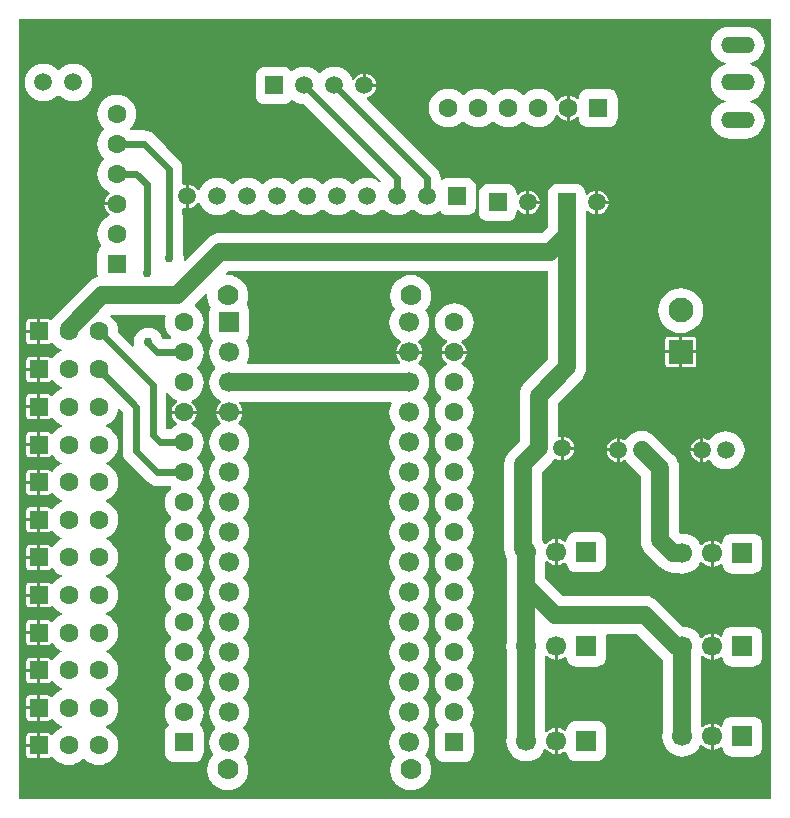
<source format=gbl>
%FSTAX23Y23*%
%MOIN*%
%SFA1B1*%

%IPPOS*%
%ADD11C,0.060000*%
%ADD12C,0.024000*%
%ADD13R,0.066930X0.066930*%
%ADD14C,0.066930*%
%ADD15C,0.070000*%
%ADD16O,0.112000X0.056000*%
%ADD17C,0.062990*%
%ADD18R,0.062990X0.062990*%
%ADD19C,0.059050*%
%ADD20R,0.059050X0.059050*%
%ADD21C,0.082680*%
%ADD22R,0.082680X0.082680*%
%ADD23R,0.062990X0.062990*%
%ADD24C,0.030000*%
%LNqudruped_nano-1*%
%LPD*%
G36*
X05391Y00973D02*
X02883D01*
Y03571*
X05391*
Y00973*
G37*
%LNqudruped_nano-2*%
%LPC*%
G36*
X02945Y01897D02*
X02908D01*
Y01871*
X02909Y01867*
X02911Y01864*
X02914Y01861*
X02918Y01861*
X02945*
Y01897*
G37*
G36*
Y01944D02*
X02918D01*
X02914Y01943*
X02911Y01941*
X02909Y01938*
X02908Y01934*
Y01907*
X02945*
Y01944*
G37*
G36*
Y02023D02*
X02908D01*
Y01996*
X02909Y01992*
X02911Y01989*
X02914Y01987*
X02918Y01986*
X02945*
Y02023*
G37*
G36*
X04808Y01861D02*
X04741D01*
X04732Y0186*
X04724Y01857*
X04718Y01852*
X04712Y01845*
X04709Y01837*
X04708Y0183*
X04704Y01828*
X04703Y01828*
X04696Y01832*
X04686Y01837*
X0468Y01838*
Y01795*
Y01751*
X04686Y01752*
X04696Y01757*
X04703Y01761*
X04704Y01761*
X04708Y01759*
X04709Y01752*
X04712Y01744*
X04718Y01738*
X04724Y01732*
X04732Y01729*
X04741Y01728*
X04808*
X04817Y01729*
X04825Y01732*
X04832Y01738*
X04837Y01744*
X0484Y01752*
X04841Y01761*
Y01828*
X0484Y01837*
X04837Y01845*
X04832Y01852*
X04825Y01857*
X04817Y0186*
X04808Y01861*
G37*
G36*
X02945Y01772D02*
X02908D01*
Y01745*
X02909Y01741*
X02911Y01738*
X02914Y01736*
X02918Y01735*
X02945*
Y01772*
G37*
G36*
Y01818D02*
X02918D01*
X02914Y01818*
X02911Y01815*
X02909Y01812*
X02908Y01808*
Y01782*
X02945*
Y01818*
G37*
G36*
X05328Y01856D02*
X05261D01*
X05252Y01855*
X05244Y01852*
X05238Y01847*
X05232Y0184*
X05229Y01832*
X05228Y01825*
X05224Y01823*
X05223Y01823*
X05216Y01827*
X05206Y01832*
X052Y01833*
Y0179*
Y01746*
X05206Y01747*
X05216Y01752*
X05223Y01756*
X05224Y01756*
X05228Y01754*
X05229Y01747*
X05232Y01739*
X05238Y01733*
X05244Y01727*
X05252Y01724*
X05261Y01723*
X05328*
X05337Y01724*
X05345Y01727*
X05352Y01733*
X05357Y01739*
X0536Y01747*
X05361Y01756*
Y01823*
X0536Y01832*
X05357Y0184*
X05352Y01847*
X05345Y01852*
X05337Y01855*
X05328Y01856*
G37*
G36*
X02945Y02148D02*
X02908D01*
Y02122*
X02909Y02118*
X02911Y02114*
X02914Y02112*
X02918Y02111*
X02945*
Y02148*
G37*
G36*
X04876Y02174D02*
X0487Y02173D01*
X04861Y02169*
X04853Y02163*
X04846Y02154*
X04842Y02145*
X04842Y0214*
X04876*
Y02174*
G37*
G36*
X05155D02*
X0515Y02173D01*
X0514Y02169*
X05132Y02163*
X05126Y02154*
X05122Y02145*
X05121Y0214*
X05155*
Y02174*
G37*
G36*
X04734Y02135D02*
X047D01*
Y021*
X04705Y02101*
X04714Y02105*
X04723Y02111*
X04729Y0212*
X04733Y02129*
X04734Y02135*
G37*
G36*
X02945Y02069D02*
X02918D01*
X02914Y02069*
X02911Y02066*
X02909Y02063*
X02908Y02059*
Y02033*
X02945*
Y02069*
G37*
G36*
X04876Y0213D02*
X04842D01*
X04842Y02124*
X04846Y02115*
X04853Y02106*
X04861Y021*
X0487Y02096*
X04876Y02095*
Y0213*
G37*
G36*
X05155D02*
X05121D01*
X05122Y02124*
X05126Y02115*
X05132Y02106*
X0514Y021*
X0515Y02096*
X05155Y02095*
Y0213*
G37*
G36*
X02945Y01693D02*
X02918D01*
X02914Y01692*
X02911Y0169*
X02909Y01687*
X02908Y01683*
Y01656*
X02945*
Y01693*
G37*
G36*
X04808Y01231D02*
X04741D01*
X04732Y0123*
X04724Y01227*
X04718Y01222*
X04712Y01215*
X04709Y01207*
X04708Y012*
X04704Y01198*
X04703Y01198*
X04696Y01202*
X04686Y01207*
X0468Y01208*
Y01165*
Y01121*
X04686Y01122*
X04696Y01127*
X04703Y01131*
X04704Y01131*
X04708Y01129*
X04709Y01122*
X04712Y01114*
X04718Y01108*
X04724Y01102*
X04732Y01099*
X04741Y01098*
X04808*
X04817Y01099*
X04825Y01102*
X04832Y01108*
X04837Y01114*
X0484Y01122*
X04841Y01131*
Y01198*
X0484Y01207*
X04837Y01215*
X04832Y01222*
X04825Y01227*
X04817Y0123*
X04808Y01231*
G37*
G36*
X05328Y01246D02*
X05261D01*
X05252Y01245*
X05244Y01242*
X05238Y01237*
X05232Y0123*
X05229Y01222*
X05228Y01215*
X05224Y01213*
X05223Y01213*
X05216Y01217*
X05206Y01222*
X052Y01223*
Y0118*
Y01136*
X05206Y01137*
X05216Y01142*
X05223Y01146*
X05224Y01146*
X05228Y01144*
X05229Y01137*
X05232Y01129*
X05238Y01123*
X05244Y01117*
X05252Y01114*
X05261Y01113*
X05328*
X05337Y01114*
X05345Y01117*
X05352Y01123*
X05357Y01129*
X0536Y01137*
X05361Y01146*
Y01213*
X0536Y01222*
X05357Y0123*
X05352Y01237*
X05345Y01242*
X05337Y01245*
X05328Y01246*
G37*
G36*
X02945Y0127D02*
X02908D01*
Y01243*
X02909Y0124*
X02911Y01236*
X02914Y01234*
X02918Y01233*
X02945*
Y0127*
G37*
G36*
Y01191D02*
X02918D01*
X02914Y0119*
X02911Y01188*
X02909Y01185*
X02908Y01181*
Y01155*
X02945*
Y01191*
G37*
G36*
X03628Y02255D02*
X03541D01*
X03542Y02248*
X03547Y02238*
X03554Y02229*
X03557Y02226*
X03557Y0222*
X03547Y02215*
X03537Y02207*
X03529Y02197*
X03523Y02185*
X03519Y02173*
X03518Y0216*
X03519Y02146*
X03523Y02134*
X03529Y02122*
X03537Y02113*
X03538Y02111*
Y02108*
X03537Y02106*
X03529Y02097*
X03523Y02085*
X03519Y02073*
X03518Y0206*
X03519Y02046*
X03523Y02034*
X03529Y02022*
X03537Y02013*
X03538Y02011*
Y02008*
X03537Y02006*
X03529Y01997*
X03523Y01985*
X03519Y01973*
X03518Y0196*
X03519Y01946*
X03523Y01934*
X03529Y01922*
X03537Y01913*
X03538Y01911*
Y01908*
X03537Y01906*
X03529Y01897*
X03523Y01885*
X03519Y01873*
X03518Y0186*
X03519Y01846*
X03523Y01834*
X03529Y01822*
X03537Y01813*
X03538Y01811*
Y01808*
X03537Y01806*
X03529Y01797*
X03523Y01785*
X03519Y01773*
X03518Y0176*
X03519Y01746*
X03523Y01734*
X03529Y01722*
X03537Y01713*
X03538Y01711*
Y01708*
X03537Y01706*
X03529Y01697*
X03523Y01685*
X03519Y01673*
X03518Y0166*
X03519Y01646*
X03523Y01634*
X03529Y01622*
X03537Y01613*
X03538Y01611*
Y01608*
X03537Y01606*
X03529Y01597*
X03523Y01585*
X03519Y01573*
X03518Y0156*
X03519Y01546*
X03523Y01534*
X03529Y01522*
X03537Y01513*
X03538Y01511*
Y01508*
X03537Y01506*
X03529Y01497*
X03523Y01485*
X03519Y01473*
X03518Y0146*
X03519Y01446*
X03523Y01434*
X03529Y01422*
X03537Y01413*
X03538Y01411*
Y01408*
X03537Y01406*
X03529Y01397*
X03523Y01385*
X03519Y01373*
X03518Y0136*
X03519Y01346*
X03523Y01334*
X03529Y01322*
X03537Y01313*
X03538Y01311*
Y01308*
X03537Y01306*
X03529Y01297*
X03523Y01285*
X03519Y01273*
X03518Y0126*
X03519Y01246*
X03523Y01234*
X03529Y01222*
X03537Y01213*
X03538Y01211*
Y01208*
X03537Y01206*
X03529Y01197*
X03523Y01185*
X03519Y01173*
X03518Y0116*
X03519Y01146*
X03523Y01134*
X03529Y01122*
X03532Y01119*
X03531Y01118*
X03531Y01118*
X03531Y01118*
X03528Y01115*
X03523Y01107*
X03518Y011*
X03517Y01096*
X03516Y01096*
X03516Y01095*
X03515Y01091*
X03512Y01083*
X03511Y01074*
Y0107*
X03511Y0107*
X03511Y01069*
Y01065*
X03512Y01056*
X03515Y01048*
X03516Y01044*
X03516Y01043*
X03517Y01043*
X03518Y01039*
X03523Y01032*
X03528Y01024*
X03531Y01021*
X03531Y01021*
X03531Y01021*
X03534Y01018*
X03542Y01013*
X03549Y01008*
X03553Y01007*
X03553Y01006*
X03554Y01006*
X03558Y01005*
X03566Y01002*
X03575Y01001*
X03577*
X0358Y01001*
X03582Y01001*
X03584*
X03593Y01002*
X03601Y01005*
X03605Y01006*
X03606Y01006*
X03606Y01007*
X0361Y01008*
X03617Y01013*
X03625Y01018*
X03628Y01021*
X03628Y01021*
X03628Y01021*
X03631Y01024*
X03636Y01032*
X03641Y01039*
X03642Y01043*
X03643Y01043*
X03643Y01044*
X03644Y01048*
X03647Y01056*
X03648Y01065*
Y01069*
X03648Y0107*
X03648Y0107*
Y01074*
X03647Y01083*
X03644Y01091*
X03643Y01095*
X03643Y01096*
X03642Y01096*
X03641Y011*
X03636Y01107*
X03632Y01113*
X0364Y01122*
X03646Y01134*
X0365Y01146*
X03651Y0116*
X0365Y01173*
X03646Y01185*
X0364Y01197*
X03632Y01206*
X03631Y01208*
Y01211*
X03632Y01213*
X0364Y01222*
X03646Y01234*
X0365Y01246*
X03651Y0126*
X0365Y01273*
X03646Y01285*
X0364Y01297*
X03632Y01306*
X03631Y01308*
Y01311*
X03632Y01313*
X0364Y01322*
X03646Y01334*
X0365Y01346*
X03651Y0136*
X0365Y01373*
X03646Y01385*
X0364Y01397*
X03632Y01406*
X03631Y01408*
Y01411*
X03632Y01413*
X0364Y01422*
X03646Y01434*
X0365Y01446*
X03651Y0146*
X0365Y01473*
X03646Y01485*
X0364Y01497*
X03632Y01506*
X03631Y01508*
Y01511*
X03632Y01513*
X0364Y01522*
X03646Y01534*
X0365Y01546*
X03651Y0156*
X0365Y01573*
X03646Y01585*
X0364Y01597*
X03632Y01606*
X03631Y01608*
Y01611*
X03632Y01613*
X0364Y01622*
X03646Y01634*
X0365Y01646*
X03651Y0166*
X0365Y01673*
X03646Y01685*
X0364Y01697*
X03632Y01706*
X03631Y01708*
Y01711*
X03632Y01713*
X0364Y01722*
X03646Y01734*
X0365Y01746*
X03651Y0176*
X0365Y01773*
X03646Y01785*
X0364Y01797*
X03632Y01806*
X03631Y01808*
Y01811*
X03632Y01813*
X0364Y01822*
X03646Y01834*
X0365Y01846*
X03651Y0186*
X0365Y01873*
X03646Y01885*
X0364Y01897*
X03632Y01906*
X03631Y01908*
Y01911*
X03632Y01913*
X0364Y01922*
X03646Y01934*
X0365Y01946*
X03651Y0196*
X0365Y01973*
X03646Y01985*
X0364Y01997*
X03632Y02006*
X03631Y02008*
Y02011*
X03632Y02013*
X0364Y02022*
X03646Y02034*
X0365Y02046*
X03651Y0206*
X0365Y02073*
X03646Y02085*
X0364Y02097*
X03632Y02106*
X03631Y02108*
Y02111*
X03632Y02113*
X0364Y02122*
X03646Y02134*
X0365Y02146*
X03651Y0216*
X0365Y02173*
X03646Y02185*
X0364Y02197*
X03632Y02207*
X03622Y02215*
X03613Y0222*
X03612Y02226*
X03616Y02229*
X03622Y02238*
X03627Y02248*
X03628Y02255*
G37*
G36*
X04376Y02455D02*
X04335D01*
X04293*
X04294Y02449*
X04298Y02439*
X04305Y0243*
X04311Y02425*
X0431Y0242*
X0431Y02419*
X04298Y02413*
X04289Y02405*
X04281Y02396*
X04275Y02384*
X04271Y02372*
X0427Y0236*
X04271Y02347*
X04275Y02335*
X04281Y02323*
X04289Y02314*
X04291Y02312*
Y02307*
X04289Y02305*
X04281Y02296*
X04275Y02284*
X04271Y02272*
X0427Y0226*
X04271Y02247*
X04275Y02235*
X04281Y02223*
X04289Y02214*
X04291Y02212*
Y02207*
X04289Y02205*
X04281Y02196*
X04275Y02184*
X04271Y02172*
X0427Y0216*
X04271Y02147*
X04275Y02135*
X04281Y02123*
X04289Y02114*
X04291Y02112*
Y02107*
X04289Y02105*
X04281Y02096*
X04275Y02084*
X04271Y02072*
X0427Y0206*
X04271Y02047*
X04275Y02035*
X04281Y02023*
X04289Y02014*
X04291Y02012*
Y02007*
X04289Y02005*
X04281Y01996*
X04275Y01984*
X04271Y01972*
X0427Y0196*
X04271Y01947*
X04275Y01935*
X04281Y01924*
X04289Y01914*
X04291Y01912*
Y01907*
X04289Y01905*
X04281Y01896*
X04275Y01884*
X04271Y01872*
X0427Y0186*
X04271Y01847*
X04275Y01835*
X04281Y01823*
X04289Y01814*
X04291Y01812*
Y01807*
X04289Y01805*
X04281Y01796*
X04275Y01784*
X04271Y01772*
X0427Y0176*
X04271Y01747*
X04275Y01735*
X04281Y01723*
X04289Y01714*
X04291Y01712*
Y01707*
X04289Y01705*
X04281Y01696*
X04275Y01684*
X04271Y01672*
X0427Y0166*
X04271Y01647*
X04275Y01635*
X04281Y01623*
X04289Y01614*
X04291Y01612*
Y01607*
X04289Y01605*
X04281Y01596*
X04275Y01584*
X04271Y01572*
X0427Y0156*
X04271Y01547*
X04275Y01535*
X04281Y01524*
X04289Y01514*
X04291Y01512*
Y01507*
X04289Y01505*
X04281Y01496*
X04275Y01484*
X04271Y01472*
X0427Y0146*
X04271Y01447*
X04275Y01435*
X04281Y01424*
X04289Y01414*
X04291Y01412*
Y01407*
X04289Y01405*
X04281Y01396*
X04275Y01384*
X04271Y01372*
X0427Y0136*
X04271Y01347*
X04275Y01335*
X04281Y01323*
X04289Y01314*
X04291Y01312*
Y01307*
X04289Y01305*
X04281Y01296*
X04275Y01284*
X04271Y01272*
X0427Y0126*
X04271Y01247*
X04275Y01235*
X04281Y01223*
X04282Y01221*
X04282Y01216*
X04279Y01215*
X04274Y01208*
X04271Y012*
X0427Y01191*
Y01128*
X04271Y01119*
X04274Y01111*
X04279Y01104*
X04286Y01099*
X04294Y01096*
X04303Y01095*
X04366*
X04375Y01096*
X04383Y01099*
X0439Y01104*
X04395Y01111*
X04398Y01119*
X04399Y01128*
Y01191*
X04398Y012*
X04395Y01208*
X0439Y01215*
X04387Y01216*
X04387Y01221*
X04388Y01223*
X04394Y01235*
X04398Y01247*
X04399Y0126*
X04398Y01272*
X04394Y01284*
X04388Y01296*
X0438Y01305*
X04378Y01307*
Y01312*
X0438Y01314*
X04388Y01323*
X04394Y01335*
X04398Y01347*
X04399Y0136*
X04398Y01372*
X04394Y01384*
X04388Y01396*
X0438Y01405*
X04378Y01407*
Y01412*
X0438Y01414*
X04388Y01424*
X04394Y01435*
X04398Y01447*
X04399Y0146*
X04398Y01472*
X04394Y01484*
X04388Y01496*
X0438Y01505*
X04378Y01507*
Y01512*
X0438Y01514*
X04388Y01524*
X04394Y01535*
X04398Y01547*
X04399Y0156*
X04398Y01572*
X04394Y01584*
X04388Y01596*
X0438Y01605*
X04378Y01607*
Y01612*
X0438Y01614*
X04388Y01623*
X04394Y01635*
X04398Y01647*
X04399Y0166*
X04398Y01672*
X04394Y01684*
X04388Y01696*
X0438Y01705*
X04378Y01707*
Y01712*
X0438Y01714*
X04388Y01723*
X04394Y01735*
X04398Y01747*
X04399Y0176*
X04398Y01772*
X04394Y01784*
X04388Y01796*
X0438Y01805*
X04378Y01807*
Y01812*
X0438Y01814*
X04388Y01823*
X04394Y01835*
X04398Y01847*
X04399Y0186*
X04398Y01872*
X04394Y01884*
X04388Y01896*
X0438Y01905*
X04378Y01907*
Y01912*
X0438Y01914*
X04388Y01924*
X04394Y01935*
X04398Y01947*
X04399Y0196*
X04398Y01972*
X04394Y01984*
X04388Y01996*
X0438Y02005*
X04378Y02007*
Y02012*
X0438Y02014*
X04388Y02023*
X04394Y02035*
X04398Y02047*
X04399Y0206*
X04398Y02072*
X04394Y02084*
X04388Y02096*
X0438Y02105*
X04378Y02107*
Y02112*
X0438Y02114*
X04388Y02123*
X04394Y02135*
X04398Y02147*
X04399Y0216*
X04398Y02172*
X04394Y02184*
X04388Y02196*
X0438Y02205*
X04378Y02207*
Y02212*
X0438Y02214*
X04388Y02223*
X04394Y02235*
X04398Y02247*
X04399Y0226*
X04398Y02272*
X04394Y02284*
X04388Y02296*
X0438Y02305*
X04378Y02307*
Y02312*
X0438Y02314*
X04388Y02323*
X04394Y02335*
X04398Y02347*
X04399Y0236*
X04398Y02372*
X04394Y02384*
X04388Y02396*
X0438Y02405*
X04371Y02413*
X04359Y02419*
X04359Y0242*
X04358Y02425*
X04364Y0243*
X04371Y02439*
X04375Y02449*
X04376Y02455*
G37*
G36*
X02945Y01145D02*
X02908D01*
Y01118*
X02909Y01114*
X02911Y01111*
X02914Y01109*
X02918Y01108*
X02945*
Y01145*
G37*
G36*
X05328Y01546D02*
X05261D01*
X05252Y01545*
X05244Y01542*
X05238Y01537*
X05232Y0153*
X05229Y01522*
X05228Y01515*
X05224Y01513*
X05223Y01513*
X05216Y01517*
X05206Y01522*
X052Y01523*
Y0148*
Y01436*
X05206Y01437*
X05216Y01442*
X05223Y01446*
X05224Y01446*
X05228Y01444*
X05229Y01437*
X05232Y01429*
X05238Y01423*
X05244Y01417*
X05252Y01414*
X05261Y01413*
X05328*
X05337Y01414*
X05345Y01417*
X05352Y01423*
X05357Y01429*
X0536Y01437*
X05361Y01446*
Y01513*
X0536Y01522*
X05357Y0153*
X05352Y01537*
X05345Y01542*
X05337Y01545*
X05328Y01546*
G37*
G36*
X02945Y01568D02*
X02918D01*
X02914Y01567*
X02911Y01565*
X02909Y01561*
X02908Y01557*
Y01531*
X02945*
Y01568*
G37*
G36*
Y01646D02*
X02908D01*
Y0162*
X02909Y01616*
X02911Y01613*
X02914Y0161*
X02918Y0161*
X02945*
Y01646*
G37*
G36*
Y01521D02*
X02908D01*
Y01494*
X02909Y0149*
X02911Y01487*
X02914Y01485*
X02918Y01484*
X02945*
Y01521*
G37*
G36*
Y01317D02*
X02918D01*
X02914Y01316*
X02911Y01314*
X02909Y0131*
X02908Y01306*
Y0128*
X02945*
Y01317*
G37*
G36*
Y01395D02*
X02908D01*
Y01369*
X02909Y01365*
X02911Y01362*
X02914Y01359*
X02918Y01359*
X02945*
Y01395*
G37*
G36*
Y01442D02*
X02918D01*
X02914Y01441*
X02911Y01439*
X02909Y01436*
X02908Y01432*
Y01405*
X02945*
Y01442*
G37*
G36*
X04509Y03022D02*
X0445D01*
X04441Y03021*
X04433Y03018*
X04426Y03013*
X04421Y03006*
X04418Y02998*
X04417Y02989*
Y0293*
X04418Y02921*
X04421Y02913*
X04426Y02906*
X04433Y02901*
X04441Y02898*
X0445Y02897*
X04509*
X04518Y02898*
X04526Y02901*
X04533Y02906*
X04538Y02913*
X04541Y02921*
X04542Y0293*
Y02935*
X04547Y02937*
X04551Y02931*
X0456Y02925*
X04569Y02921*
X04575Y0292*
Y0296*
Y02999*
X04569Y02998*
X0456Y02994*
X04551Y02988*
X04547Y02982*
X04542Y02984*
Y02989*
X04541Y02998*
X04538Y03006*
X04533Y03013*
X04526Y03018*
X04518Y03021*
X04509Y03022*
G37*
G36*
X04619Y02955D02*
X04585D01*
Y0292*
X0459Y02921*
X04599Y02925*
X04608Y02931*
X04614Y0294*
X04618Y02949*
X04619Y02955*
G37*
G36*
X04585Y02999D02*
Y02965D01*
X04619*
X04618Y0297*
X04614Y02979*
X04608Y02988*
X04599Y02994*
X0459Y02998*
X04585Y02999*
G37*
G36*
X04849Y02955D02*
X04815D01*
Y0292*
X0482Y02921*
X04829Y02925*
X04838Y02931*
X04844Y0294*
X04848Y02949*
X04849Y02955*
G37*
G36*
X0509Y02674D02*
X05075Y02673D01*
X05061Y02669*
X05048Y02662*
X05037Y02652*
X05027Y02641*
X0502Y02628*
X05016Y02614*
X05015Y026*
X05016Y02585*
X0502Y02571*
X05027Y02558*
X05037Y02547*
X05048Y02537*
X05061Y0253*
X05075Y02526*
X0509Y02525*
X05104Y02526*
X05118Y0253*
X05131Y02537*
X05142Y02547*
X05152Y02558*
X05159Y02571*
X05163Y02585*
X05164Y026*
X05163Y02614*
X05159Y02628*
X05152Y02641*
X05142Y02652*
X05131Y02662*
X05118Y02669*
X05104Y02673*
X0509Y02674*
G37*
G36*
X02945Y02571D02*
X02918D01*
X02914Y0257*
X02911Y02568*
X02909Y02565*
X02908Y02561*
Y02535*
X02945*
Y02571*
G37*
G36*
X0321Y03319D02*
X03197Y03318D01*
X03185Y03314*
X03173Y03308*
X03164Y033*
X03156Y03291*
X0315Y03279*
X03146Y03267*
X03145Y03255*
X03146Y03242*
X0315Y0323*
X03156Y03218*
X03164Y03209*
X03166Y03207*
Y03202*
X03164Y032*
X03156Y03191*
X0315Y03179*
X03146Y03167*
X03145Y03155*
X03146Y03142*
X0315Y0313*
X03156Y03118*
X03164Y03109*
X03166Y03107*
Y03102*
X03164Y031*
X03156Y03091*
X0315Y03079*
X03146Y03067*
X03145Y03055*
X03146Y03042*
X0315Y0303*
X03156Y03018*
X03164Y03009*
X03173Y03001*
X03185Y02995*
X03185Y02994*
X03186Y02989*
X0318Y02984*
X03173Y02975*
X03169Y02965*
X03168Y0296*
X0321*
Y0295*
X03168*
X03169Y02944*
X03173Y02934*
X0318Y02925*
X03186Y0292*
X03185Y02915*
X03185Y02914*
X03173Y02908*
X03164Y029*
X03156Y02891*
X0315Y02879*
X03146Y02867*
X03145Y02855*
X03146Y02842*
X0315Y0283*
X03156Y02818*
X03157Y02816*
X03157Y02811*
X03154Y0281*
X03149Y02803*
X03146Y02795*
X03145Y02786*
Y02723*
X03146Y02714*
X03144Y0271*
X03136Y02708*
X03125Y02702*
X03116Y02694*
X03005Y02583*
X02997Y02574*
X02994Y02568*
X02988Y02568*
Y02568*
X02985Y0257*
X02981Y02571*
X02955*
Y0253*
Y02488*
X02981*
X02985Y02489*
X02988Y02491*
X0299Y02493*
X02993Y02494*
X02995Y02494*
X02996Y02493*
X03004Y02484*
X03013Y02476*
X03025Y0247*
X03026Y02469*
Y02464*
X03025Y02464*
X03013Y02458*
X03004Y0245*
X02996Y0244*
X02995Y0244*
X02993Y0244*
X0299Y0244*
X02988Y02443*
X02985Y02445*
X02981Y02446*
X02955*
Y02404*
Y02362*
X02981*
X02985Y02363*
X02988Y02365*
X0299Y02368*
X02993Y02368*
X02995Y02368*
X02996Y02368*
X03004Y02358*
X03013Y0235*
X03025Y02344*
X03026Y02344*
Y02339*
X03025Y02338*
X03013Y02332*
X03004Y02324*
X02996Y02315*
X02995Y02314*
X02993Y02314*
X0299Y02315*
X02988Y02317*
X02985Y0232*
X02981Y0232*
X02955*
Y02279*
Y02237*
X02981*
X02985Y02238*
X02988Y0224*
X0299Y02243*
X02993Y02243*
X02995Y02243*
X02996Y02243*
X03004Y02233*
X03013Y02225*
X03025Y02219*
X03026Y02218*
Y02213*
X03025Y02213*
X03013Y02207*
X03004Y02199*
X02996Y02189*
X02995Y02189*
X02993Y02189*
X0299Y02189*
X02988Y02192*
X02985Y02194*
X02981Y02195*
X02955*
Y02153*
Y02111*
X02981*
X02985Y02112*
X02988Y02114*
X0299Y02117*
X02993Y02118*
X02995Y02117*
X02996Y02117*
X03004Y02107*
X03013Y02099*
X03025Y02093*
X03026Y02093*
Y02088*
X03025Y02088*
X03013Y02082*
X03004Y02074*
X02996Y02064*
X02995Y02063*
X02993Y02063*
X0299Y02064*
X02988Y02066*
X02985Y02069*
X02981Y02069*
X02955*
Y02028*
Y01986*
X02981*
X02985Y01987*
X02988Y01989*
X0299Y01992*
X02993Y01992*
X02995Y01992*
X02996Y01992*
X03004Y01982*
X03013Y01974*
X03025Y01968*
X03026Y01967*
Y01962*
X03025Y01962*
X03013Y01956*
X03004Y01948*
X02996Y01938*
X02995Y01938*
X02993Y01938*
X0299Y01938*
X02988Y01941*
X02985Y01943*
X02981Y01944*
X02955*
Y01902*
Y01861*
X02981*
X02985Y01861*
X02988Y01864*
X0299Y01866*
X02993Y01867*
X02995Y01867*
X02996Y01866*
X03004Y01856*
X03013Y01848*
X03025Y01842*
X03026Y01842*
Y01837*
X03025Y01837*
X03013Y01831*
X03004Y01823*
X02996Y01813*
X02995Y01812*
X02993Y01812*
X0299Y01813*
X02988Y01815*
X02985Y01818*
X02981Y01818*
X02955*
Y01777*
Y01735*
X02981*
X02985Y01736*
X02988Y01738*
X0299Y01741*
X02993Y01741*
X02995Y01741*
X02996Y01741*
X03004Y01731*
X03013Y01723*
X03025Y01717*
X03026Y01717*
Y01712*
X03025Y01711*
X03013Y01705*
X03004Y01697*
X02996Y01687*
X02995Y01687*
X02993Y01687*
X0299Y01687*
X02988Y0169*
X02985Y01692*
X02981Y01693*
X02955*
Y01651*
Y0161*
X02981*
X02985Y0161*
X02988Y01613*
X0299Y01615*
X02993Y01616*
X02995Y01616*
X02996Y01615*
X03004Y01605*
X03013Y01597*
X03025Y01591*
X03026Y01591*
Y01586*
X03025Y01586*
X03013Y0158*
X03004Y01572*
X02996Y01562*
X02995Y01562*
X02993Y01561*
X0299Y01562*
X02988Y01565*
X02985Y01567*
X02981Y01568*
X02955*
Y01526*
Y01484*
X02981*
X02985Y01485*
X02988Y01487*
X0299Y0149*
X02993Y0149*
X02995Y0149*
X02996Y0149*
X03004Y0148*
X03013Y01472*
X03025Y01466*
X03026Y01466*
Y01461*
X03025Y0146*
X03013Y01454*
X03004Y01446*
X02996Y01436*
X02995Y01436*
X02993Y01436*
X0299Y01436*
X02988Y01439*
X02985Y01441*
X02981Y01442*
X02955*
Y014*
Y01359*
X02981*
X02985Y01359*
X02988Y01362*
X0299Y01364*
X02993Y01365*
X02995Y01365*
X02996Y01364*
X03004Y01355*
X03013Y01347*
X03025Y01341*
X03026Y0134*
Y01335*
X03025Y01335*
X03013Y01329*
X03004Y01321*
X02996Y01311*
X02995Y01311*
X02993Y01311*
X0299Y01311*
X02988Y01314*
X02985Y01316*
X02981Y01317*
X02955*
Y01275*
Y01233*
X02981*
X02985Y01234*
X02988Y01236*
X0299Y01239*
X02993Y01239*
X02995Y01239*
X02996Y01239*
X03004Y01229*
X03013Y01221*
X03025Y01215*
X03026Y01215*
Y0121*
X03025Y01209*
X03013Y01203*
X03004Y01195*
X02996Y01186*
X02995Y01185*
X02993Y01185*
X0299Y01186*
X02988Y01188*
X02985Y0119*
X02981Y01191*
X02955*
Y0115*
Y01108*
X02981*
X02985Y01109*
X02988Y01111*
X0299Y01113*
X02993Y01114*
X02995Y01114*
X02996Y01113*
X03004Y01104*
X03013Y01096*
X03025Y0109*
X03037Y01086*
X0305Y01085*
X03062Y01086*
X03074Y0109*
X03086Y01096*
X03095Y01104*
X03097Y01106*
X03102*
X03104Y01104*
X03113Y01096*
X03125Y0109*
X03137Y01086*
X0315Y01085*
X03162Y01086*
X03174Y0109*
X03186Y01096*
X03195Y01104*
X03203Y01113*
X03209Y01125*
X03213Y01137*
X03214Y0115*
X03213Y01162*
X03209Y01174*
X03203Y01186*
X03195Y01195*
X03186Y01203*
X03174Y01209*
X03173Y0121*
Y01215*
X03174Y01215*
X03186Y01221*
X03195Y01229*
X03203Y01239*
X03209Y0125*
X03213Y01262*
X03214Y01275*
X03213Y01288*
X03209Y013*
X03203Y01311*
X03195Y01321*
X03186Y01329*
X03174Y01335*
X03173Y01335*
Y0134*
X03174Y01341*
X03186Y01347*
X03195Y01355*
X03203Y01364*
X03209Y01376*
X03213Y01388*
X03214Y014*
X03213Y01413*
X03209Y01425*
X03203Y01436*
X03195Y01446*
X03186Y01454*
X03174Y0146*
X03173Y01461*
Y01466*
X03174Y01466*
X03186Y01472*
X03195Y0148*
X03203Y0149*
X03209Y01501*
X03213Y01513*
X03214Y01526*
X03213Y01539*
X03209Y01551*
X03203Y01562*
X03195Y01572*
X03186Y0158*
X03174Y01586*
X03173Y01586*
Y01591*
X03174Y01591*
X03186Y01597*
X03195Y01605*
X03203Y01615*
X03209Y01627*
X03213Y01639*
X03214Y01651*
X03213Y01664*
X03209Y01676*
X03203Y01687*
X03195Y01697*
X03186Y01705*
X03174Y01711*
X03173Y01712*
Y01717*
X03174Y01717*
X03186Y01723*
X03195Y01731*
X03203Y01741*
X03209Y01752*
X03213Y01764*
X03214Y01777*
X03213Y01789*
X03209Y01802*
X03203Y01813*
X03195Y01823*
X03186Y01831*
X03174Y01837*
X03173Y01837*
Y01842*
X03174Y01842*
X03186Y01848*
X03195Y01856*
X03203Y01866*
X03209Y01877*
X03213Y0189*
X03214Y01902*
X03213Y01915*
X03209Y01927*
X03203Y01938*
X03195Y01948*
X03186Y01956*
X03174Y01962*
X03173Y01962*
Y01967*
X03174Y01968*
X03186Y01974*
X03195Y01982*
X03203Y01992*
X03209Y02003*
X03213Y02015*
X03214Y02028*
X03213Y0204*
X03209Y02052*
X03203Y02064*
X03195Y02074*
X03186Y02082*
X03174Y02088*
X03173Y02088*
Y02093*
X03174Y02093*
X03186Y02099*
X03195Y02107*
X03203Y02117*
X03209Y02128*
X03213Y0214*
X03214Y02153*
X03213Y02166*
X03209Y02178*
X03203Y02189*
X03195Y02199*
X03186Y02207*
X03174Y02213*
X03173Y02213*
Y02218*
X03174Y02219*
X03186Y02225*
X03195Y02233*
X03203Y02243*
X03209Y02254*
X03213Y02266*
X03213Y0227*
X03218Y02271*
X03229Y0226*
Y0213*
X03231Y02118*
X03235Y02107*
X03242Y02097*
X03312Y02027*
X03322Y0202*
X03333Y02016*
X03345Y02014*
X03388*
X03389Y02014*
X03391Y02012*
Y02007*
X03389Y02005*
X03381Y01996*
X03375Y01984*
X03371Y01972*
X0337Y0196*
X03371Y01947*
X03375Y01935*
X03381Y01924*
X03389Y01914*
X03391Y01912*
Y01907*
X03389Y01905*
X03381Y01896*
X03375Y01884*
X03371Y01872*
X0337Y0186*
X03371Y01847*
X03375Y01835*
X03381Y01823*
X03389Y01814*
X03391Y01812*
Y01807*
X03389Y01805*
X03381Y01796*
X03375Y01784*
X03371Y01772*
X0337Y0176*
X03371Y01747*
X03375Y01735*
X03381Y01723*
X03389Y01714*
X03391Y01712*
Y01707*
X03389Y01705*
X03381Y01696*
X03375Y01684*
X03371Y01672*
X0337Y0166*
X03371Y01647*
X03375Y01635*
X03381Y01623*
X03389Y01614*
X03391Y01612*
Y01607*
X03389Y01605*
X03381Y01596*
X03375Y01584*
X03371Y01572*
X0337Y0156*
X03371Y01547*
X03375Y01535*
X03381Y01524*
X03389Y01514*
X03391Y01512*
Y01507*
X03389Y01505*
X03381Y01496*
X03375Y01484*
X03371Y01472*
X0337Y0146*
X03371Y01447*
X03375Y01435*
X03381Y01424*
X03389Y01414*
X03391Y01412*
Y01407*
X03389Y01405*
X03381Y01396*
X03375Y01384*
X03371Y01372*
X0337Y0136*
X03371Y01347*
X03375Y01335*
X03381Y01323*
X03389Y01314*
X03391Y01312*
Y01307*
X03389Y01305*
X03381Y01296*
X03375Y01284*
X03371Y01272*
X0337Y0126*
X03371Y01247*
X03375Y01235*
X03381Y01223*
X03382Y01221*
X03382Y01216*
X03379Y01215*
X03374Y01208*
X03371Y012*
X0337Y01191*
Y01128*
X03371Y01119*
X03374Y01111*
X03379Y01104*
X03386Y01099*
X03394Y01096*
X03403Y01095*
X03466*
X03475Y01096*
X03483Y01099*
X0349Y01104*
X03495Y01111*
X03498Y01119*
X03499Y01128*
Y01191*
X03498Y012*
X03495Y01208*
X0349Y01215*
X03487Y01216*
X03487Y01221*
X03488Y01223*
X03494Y01235*
X03498Y01247*
X03499Y0126*
X03498Y01272*
X03494Y01284*
X03488Y01296*
X0348Y01305*
X03478Y01307*
Y01312*
X0348Y01314*
X03488Y01323*
X03494Y01335*
X03498Y01347*
X03499Y0136*
X03498Y01372*
X03494Y01384*
X03488Y01396*
X0348Y01405*
X03478Y01407*
Y01412*
X0348Y01414*
X03488Y01424*
X03494Y01435*
X03498Y01447*
X03499Y0146*
X03498Y01472*
X03494Y01484*
X03488Y01496*
X0348Y01505*
X03478Y01507*
Y01512*
X0348Y01514*
X03488Y01524*
X03494Y01535*
X03498Y01547*
X03499Y0156*
X03498Y01572*
X03494Y01584*
X03488Y01596*
X0348Y01605*
X03478Y01607*
Y01612*
X0348Y01614*
X03488Y01623*
X03494Y01635*
X03498Y01647*
X03499Y0166*
X03498Y01672*
X03494Y01684*
X03488Y01696*
X0348Y01705*
X03478Y01707*
Y01712*
X0348Y01714*
X03488Y01723*
X03494Y01735*
X03498Y01747*
X03499Y0176*
X03498Y01772*
X03494Y01784*
X03488Y01796*
X0348Y01805*
X03478Y01807*
Y01812*
X0348Y01814*
X03488Y01823*
X03494Y01835*
X03498Y01847*
X03499Y0186*
X03498Y01872*
X03494Y01884*
X03488Y01896*
X0348Y01905*
X03478Y01907*
Y01912*
X0348Y01914*
X03488Y01924*
X03494Y01935*
X03498Y01947*
X03499Y0196*
X03498Y01972*
X03494Y01984*
X03488Y01996*
X0348Y02005*
X03478Y02007*
Y02012*
X0348Y02014*
X03488Y02023*
X03494Y02035*
X03498Y02047*
X03499Y0206*
X03498Y02072*
X03494Y02084*
X03488Y02096*
X0348Y02105*
X03478Y02107*
Y02112*
X0348Y02114*
X03488Y02123*
X03494Y02135*
X03498Y02147*
X03499Y0216*
X03498Y02172*
X03494Y02184*
X03488Y02196*
X0348Y02205*
X03471Y02213*
X03459Y02219*
X03459Y0222*
X03458Y02225*
X03464Y0223*
X03471Y02239*
X03475Y02249*
X03476Y02255*
X03435*
X03393*
X03394Y02249*
X03398Y02239*
X03405Y0223*
X03411Y02225*
X0341Y0222*
X0341Y02219*
X03398Y02213*
X03389Y02205*
X03388Y02205*
X03375*
Y02324*
X0338Y02325*
X03381Y02323*
X03389Y02314*
X03398Y02306*
X0341Y023*
X0341Y02299*
X03411Y02294*
X03405Y02289*
X03398Y0228*
X03394Y0227*
X03393Y02265*
X03435*
X03476*
X03475Y0227*
X03471Y0228*
X03464Y02289*
X03458Y02294*
X03459Y02299*
X03459Y023*
X03471Y02306*
X0348Y02314*
X03488Y02323*
X03494Y02335*
X03498Y02347*
X03499Y0236*
X03498Y02372*
X03494Y02384*
X03488Y02396*
X0348Y02405*
X03478Y02407*
Y02412*
X0348Y02414*
X03488Y02423*
X03494Y02435*
X03498Y02447*
X03499Y0246*
X03498Y02472*
X03494Y02484*
X03488Y02496*
X0348Y02505*
X03478Y02507*
Y02512*
X0348Y02514*
X03488Y02523*
X03494Y02535*
X03498Y02547*
X03499Y0256*
X03498Y02572*
X03494Y02584*
X03488Y02596*
X0348Y02605*
X03471Y02613*
X03469Y02614*
X03469Y02619*
X03507Y02657*
X03511Y02655*
X03511Y02654*
Y0265*
X03511Y0265*
X03511Y02649*
Y02645*
X03512Y02636*
X03515Y02628*
X03516Y02624*
X03516Y02623*
X03517Y02623*
X03518Y02619*
X03523Y02612*
X03523Y02611*
X03522Y0261*
X03519Y02602*
X03518Y02593*
Y02526*
X03519Y02517*
X03522Y02509*
X03528Y02503*
X03529Y02502*
X03529Y02497*
X03529Y02497*
X03523Y02485*
X03519Y02473*
X03518Y0246*
X03519Y02446*
X03523Y02434*
X03529Y02422*
X03537Y02413*
X03538Y02411*
Y02408*
X03537Y02406*
X03529Y02397*
X03523Y02385*
X03519Y02373*
X03518Y0236*
X03519Y02346*
X03523Y02334*
X03529Y02322*
X03537Y02312*
X03547Y02304*
X03557Y02299*
X03557Y02293*
X03554Y02291*
X03547Y02281*
X03542Y02271*
X03541Y02265*
X03628*
X03627Y02271*
X03622Y02281*
X03616Y02291*
X03614Y02291*
X03616Y02296*
X04124*
X04126Y02292*
X04123Y02285*
X04119Y02273*
X04118Y0226*
X04119Y02246*
X04123Y02234*
X04129Y02222*
X04137Y02213*
X04138Y02211*
Y02208*
X04137Y02206*
X04129Y02197*
X04123Y02185*
X04119Y02173*
X04118Y0216*
X04119Y02146*
X04123Y02134*
X04129Y02122*
X04137Y02113*
X04138Y02111*
Y02108*
X04137Y02106*
X04129Y02097*
X04123Y02085*
X04119Y02073*
X04118Y0206*
X04119Y02046*
X04123Y02034*
X04129Y02022*
X04137Y02013*
X04138Y02011*
Y02008*
X04137Y02006*
X04129Y01997*
X04123Y01985*
X04119Y01973*
X04118Y0196*
X04119Y01946*
X04123Y01934*
X04129Y01922*
X04137Y01913*
X04138Y01911*
Y01908*
X04137Y01906*
X04129Y01897*
X04123Y01885*
X04119Y01873*
X04118Y0186*
X04119Y01846*
X04123Y01834*
X04129Y01822*
X04137Y01813*
X04138Y01811*
Y01808*
X04137Y01806*
X04129Y01797*
X04123Y01785*
X04119Y01773*
X04118Y0176*
X04119Y01746*
X04123Y01734*
X04129Y01722*
X04137Y01713*
X04138Y01711*
Y01708*
X04137Y01706*
X04129Y01697*
X04123Y01685*
X04119Y01673*
X04118Y0166*
X04119Y01646*
X04123Y01634*
X04129Y01622*
X04137Y01613*
X04138Y01611*
Y01608*
X04137Y01606*
X04129Y01597*
X04123Y01585*
X04119Y01573*
X04118Y0156*
X04119Y01546*
X04123Y01534*
X04129Y01522*
X04137Y01512*
X04138Y01512*
Y01508*
X04137Y01506*
X04129Y01497*
X04123Y01485*
X04119Y01473*
X04118Y0146*
X04119Y01446*
X04123Y01434*
X04129Y01422*
X04137Y01413*
X04138Y01411*
Y01408*
X04137Y01406*
X04129Y01397*
X04123Y01385*
X04119Y01373*
X04118Y0136*
X04119Y01346*
X04123Y01334*
X04129Y01322*
X04137Y01313*
X04138Y01311*
Y01308*
X04137Y01306*
X04129Y01297*
X04123Y01285*
X04119Y01273*
X04118Y0126*
X04119Y01246*
X04123Y01234*
X04129Y01222*
X04137Y01213*
X04138Y01211*
Y01208*
X04137Y01206*
X04129Y01197*
X04123Y01185*
X04119Y01173*
X04118Y0116*
X04119Y01146*
X04123Y01134*
X04129Y01122*
X04137Y01113*
X04133Y01107*
X04128Y011*
X04127Y01096*
X04126Y01096*
X04126Y01095*
X04125Y01091*
X04122Y01083*
X04121Y01074*
Y0107*
X04121Y0107*
X04121Y01069*
Y01065*
X04122Y01056*
X04125Y01048*
X04126Y01044*
X04126Y01043*
X04127Y01043*
X04128Y01039*
X04133Y01032*
X04138Y01024*
X04141Y01021*
X04141Y01021*
X04141Y01021*
X04144Y01018*
X04152Y01013*
X04159Y01008*
X04163Y01007*
X04163Y01006*
X04164Y01006*
X04168Y01005*
X04176Y01002*
X04185Y01001*
X04187*
X0419Y01001*
X04192Y01001*
X04194*
X04203Y01002*
X04211Y01005*
X04215Y01006*
X04216Y01006*
X04216Y01007*
X0422Y01008*
X04227Y01013*
X04235Y01018*
X04238Y01021*
X04238Y01021*
X04238Y01021*
X04241Y01024*
X04246Y01032*
X04251Y01039*
X04252Y01043*
X04253Y01043*
X04253Y01044*
X04254Y01048*
X04257Y01056*
X04258Y01065*
Y01069*
X04258Y0107*
X04258Y0107*
Y01074*
X04257Y01083*
X04254Y01091*
X04253Y01095*
X04253Y01096*
X04252Y01096*
X04251Y011*
X04246Y01107*
X04241Y01115*
X04238Y01118*
X04238Y01118*
X04238Y01118*
X04237Y01119*
X0424Y01122*
X04246Y01134*
X0425Y01146*
X04251Y0116*
X0425Y01173*
X04246Y01185*
X0424Y01197*
X04232Y01206*
X04231Y01208*
Y01211*
X04232Y01213*
X0424Y01222*
X04246Y01234*
X0425Y01246*
X04251Y0126*
X0425Y01273*
X04246Y01285*
X0424Y01297*
X04232Y01306*
X04231Y01308*
Y01311*
X04232Y01313*
X0424Y01322*
X04246Y01334*
X0425Y01346*
X04251Y0136*
X0425Y01373*
X04246Y01385*
X0424Y01397*
X04232Y01406*
X04231Y01408*
Y01411*
X04232Y01413*
X0424Y01422*
X04246Y01434*
X0425Y01446*
X04251Y0146*
X0425Y01473*
X04246Y01485*
X0424Y01497*
X04232Y01506*
X04231Y01508*
Y01512*
X04232Y01512*
X0424Y01522*
X04246Y01534*
X0425Y01546*
X04251Y0156*
X0425Y01573*
X04246Y01585*
X0424Y01597*
X04232Y01606*
X04231Y01608*
Y01611*
X04232Y01613*
X0424Y01622*
X04246Y01634*
X0425Y01646*
X04251Y0166*
X0425Y01673*
X04246Y01685*
X0424Y01697*
X04232Y01706*
X04231Y01708*
Y01711*
X04232Y01713*
X0424Y01722*
X04246Y01734*
X0425Y01746*
X04251Y0176*
X0425Y01773*
X04246Y01785*
X0424Y01797*
X04232Y01806*
X04231Y01808*
Y01811*
X04232Y01813*
X0424Y01822*
X04246Y01834*
X0425Y01846*
X04251Y0186*
X0425Y01873*
X04246Y01885*
X0424Y01897*
X04232Y01906*
X04231Y01908*
Y01911*
X04232Y01913*
X0424Y01922*
X04246Y01934*
X0425Y01946*
X04251Y0196*
X0425Y01973*
X04246Y01985*
X0424Y01997*
X04232Y02006*
X04231Y02008*
Y02011*
X04232Y02013*
X0424Y02022*
X04246Y02034*
X0425Y02046*
X04251Y0206*
X0425Y02073*
X04246Y02085*
X0424Y02097*
X04232Y02106*
X04231Y02108*
Y02111*
X04232Y02113*
X0424Y02122*
X04246Y02134*
X0425Y02146*
X04251Y0216*
X0425Y02173*
X04246Y02185*
X0424Y02197*
X04232Y02206*
X04231Y02208*
Y02211*
X04232Y02213*
X0424Y02222*
X04246Y02234*
X0425Y02246*
X04251Y0226*
X0425Y02273*
X04246Y02285*
X0424Y02297*
X04232Y02306*
X04231Y02308*
Y02311*
X04232Y02313*
X0424Y02322*
X04246Y02334*
X0425Y02346*
X04251Y0236*
X0425Y02373*
X04246Y02385*
X0424Y02397*
X04232Y02407*
X04222Y02415*
X04213Y0242*
X04212Y02426*
X04216Y02429*
X04222Y02438*
X04227Y02448*
X04228Y02455*
X04185*
X04141*
X04142Y02448*
X04147Y02438*
X04154Y02429*
X04155Y02428*
X04153Y02423*
X03645*
X03643Y02427*
X03646Y02434*
X0365Y02446*
X03651Y0246*
X0365Y02473*
X03646Y02485*
X0364Y02497*
X0364Y02497*
X0364Y02502*
X03642Y02503*
X03647Y02509*
X0365Y02517*
X03651Y02526*
Y02593*
X0365Y02602*
X03647Y0261*
X03642Y02617*
X0364Y02618*
X03641Y02619*
X03642Y02623*
X03643Y02623*
X03643Y02624*
X03644Y02628*
X03647Y02636*
X03648Y02645*
Y02649*
X03648Y0265*
X03648Y0265*
Y02654*
X03647Y02663*
X03644Y02671*
X03643Y02675*
X03643Y02676*
X03642Y02676*
X03641Y0268*
X03636Y02687*
X03631Y02695*
X03628Y02698*
X03628Y02698*
X03628Y02698*
X03625Y02701*
X03617Y02706*
X0361Y02711*
X03606Y02712*
X03606Y02713*
X03605Y02713*
X03601Y02714*
X03593Y02717*
X03584Y02718*
X03582*
X0358Y02718*
X03577Y02718*
X03575*
X03574Y02718*
X03572Y02722*
X03581Y02731*
X04646*
Y02436*
X04571Y02361*
X04563Y02351*
X04557Y0234*
X04554Y02328*
X04552Y02316*
Y02166*
X0452Y02133*
X04512Y02123*
X04506Y02112*
X04502Y02101*
X04501Y02088*
Y01805*
X04502Y01792*
X04506Y0178*
X04511Y01771*
Y0168*
Y015*
X04509Y01493*
X04508Y0148*
X04509Y01466*
X04511Y01459*
Y01185*
X04509Y01178*
X04508Y01165*
X04509Y01151*
X04513Y01139*
X04519Y01127*
X04527Y01117*
X04537Y01109*
X04549Y01103*
X04561Y01099*
X04575Y01098*
X04588Y01099*
X046Y01103*
X04612Y01109*
X04622Y01117*
X0463Y01127*
X04635Y01137*
X04641Y01137*
X04644Y01134*
X04653Y01127*
X04663Y01122*
X0467Y01121*
Y01165*
Y01208*
X04663Y01207*
X04653Y01202*
X04644Y01196*
X04643Y01194*
X04638Y01196*
Y01448*
X04643Y0145*
X04644Y01449*
X04653Y01442*
X04663Y01437*
X0467Y01436*
Y0148*
X0468*
Y01436*
X04686Y01437*
X04696Y01442*
X04703Y01446*
X04704Y01446*
X04708Y01444*
X04709Y01437*
X04712Y01429*
X04718Y01423*
X04724Y01417*
X04732Y01414*
X04741Y01413*
X04808*
X04817Y01414*
X04825Y01417*
X04832Y01423*
X04837Y01429*
X0484Y01437*
X04841Y01446*
Y01513*
X04841Y01517*
X04844Y01521*
X04943*
X0503Y01435*
X05031Y01434*
Y012*
X05029Y01193*
X05028Y0118*
X05029Y01166*
X05033Y01154*
X05039Y01142*
X05047Y01132*
X05057Y01124*
X05069Y01118*
X05081Y01114*
X05095Y01113*
X05108Y01114*
X0512Y01118*
X05132Y01124*
X05142Y01132*
X0515Y01142*
X05155Y01152*
X05161Y01152*
X05164Y01149*
X05173Y01142*
X05183Y01137*
X0519Y01136*
Y0118*
Y01223*
X05183Y01222*
X05173Y01217*
X05164Y01211*
X05163Y01209*
X05158Y01211*
Y01448*
X05163Y0145*
X05164Y01449*
X05173Y01442*
X05183Y01437*
X0519Y01436*
Y0148*
Y01523*
X05183Y01522*
X05173Y01517*
X05164Y01511*
X05161Y01507*
X05155Y01508*
X0515Y01517*
X05142Y01527*
X05132Y01535*
X0512Y01541*
X05108Y01545*
X05098Y01546*
X05014Y01629*
X05005Y01637*
X04994Y01643*
X04982Y01647*
X0497Y01648*
X04696*
X04638Y01706*
Y01763*
X04643Y01765*
X04644Y01764*
X04653Y01757*
X04663Y01752*
X0467Y01751*
Y01795*
Y01838*
X04663Y01837*
X04653Y01832*
X04644Y01826*
X04641Y01822*
X04635Y01823*
X0463Y01832*
X04628Y01834*
Y02062*
X04661Y02095*
X04668Y02104*
X04669Y02105*
X04674Y02106*
X04675Y02105*
X04684Y02101*
X0469Y021*
Y0214*
Y02179*
X04684Y02178*
X04683Y02178*
X04679Y0218*
Y0229*
X04754Y02365*
X04762Y02374*
X04768Y02385*
X04772Y02397*
X04773Y0241*
Y0285*
Y02934*
X04778Y02936*
X04781Y02931*
X0479Y02925*
X04799Y02921*
X04805Y0292*
Y0296*
Y02999*
X04799Y02998*
X0479Y02994*
X04781Y02988*
X04777Y02982*
X04772Y02984*
Y02989*
X04771Y02998*
X04768Y03006*
X04763Y03013*
X04756Y03018*
X04748Y03021*
X04739Y03022*
X04715*
X0471Y03023*
X04705Y03022*
X0468*
X04671Y03021*
X04663Y03018*
X04656Y03013*
X04651Y03006*
X04648Y02998*
X04647Y02989*
Y02965*
X04646Y0296*
Y02876*
X04628Y02858*
X03555*
X03542Y02857*
X0353Y02853*
X03519Y02847*
X0351Y02839*
X03437Y02766*
X03432Y02769*
X03433Y02775*
X03431Y02787*
X0343Y0279*
Y02913*
Y02913*
X03428Y02924*
Y02939*
X03433Y02942*
X03434Y02941*
X0344Y0294*
Y0298*
Y03019*
X03434Y03018*
X03433Y03017*
X03428Y0302*
Y03071*
X03427Y03083*
X03422Y03094*
X03415Y03103*
X03332Y03187*
X03322Y03194*
X03311Y03198*
X033Y032*
X03256*
X03255Y032*
X03253Y03202*
Y03207*
X03255Y03209*
X03263Y03218*
X03269Y0323*
X03273Y03242*
X03274Y03255*
X03273Y03267*
X03269Y03279*
X03263Y03291*
X03255Y033*
X03246Y03308*
X03234Y03314*
X03222Y03318*
X0321Y03319*
G37*
G36*
X0404Y03389D02*
Y03355D01*
X04074*
X04073Y0336*
X04069Y03369*
X04063Y03378*
X04054Y03384*
X04045Y03388*
X0404Y03389*
G37*
G36*
X03935Y03412D02*
X03922Y03411D01*
X0391Y03408*
X039Y03402*
X0389Y03394*
X03887Y0339*
X03882*
X03879Y03394*
X03869Y03402*
X03859Y03408*
X03847Y03411*
X03835Y03412*
X03822Y03411*
X0381Y03408*
X038Y03402*
X03795Y03398*
X0379Y03399*
X03788Y03403*
X03781Y03408*
X03773Y03411*
X03764Y03412*
X03705*
X03696Y03411*
X03688Y03408*
X03681Y03403*
X03676Y03396*
X03673Y03388*
X03672Y03379*
Y0332*
X03673Y03311*
X03676Y03303*
X03681Y03296*
X03688Y03291*
X03696Y03288*
X03705Y03287*
X03764*
X03773Y03288*
X03781Y03291*
X03788Y03296*
X0379Y033*
X03795Y03301*
X038Y03297*
X0381Y03291*
X03822Y03288*
X03833Y03287*
X0409Y0303*
X0409Y0303*
X04088Y03029*
X04085Y03027*
X04079Y03032*
X04069Y03038*
X04057Y03041*
X04045Y03042*
X04032Y03041*
X0402Y03038*
X0401Y03032*
X04Y03024*
X03997Y0302*
X03992*
X03989Y03024*
X03979Y03032*
X03969Y03038*
X03957Y03041*
X03945Y03042*
X03932Y03041*
X0392Y03038*
X0391Y03032*
X039Y03024*
X03897Y0302*
X03892*
X03889Y03024*
X03879Y03032*
X03869Y03038*
X03857Y03041*
X03845Y03042*
X03832Y03041*
X0382Y03038*
X0381Y03032*
X038Y03024*
X03797Y0302*
X03792*
X03789Y03024*
X03779Y03032*
X03769Y03038*
X03757Y03041*
X03745Y03042*
X03732Y03041*
X0372Y03038*
X0371Y03032*
X037Y03024*
X03697Y0302*
X03692*
X03689Y03024*
X03679Y03032*
X03669Y03038*
X03657Y03041*
X03645Y03042*
X03632Y03041*
X0362Y03038*
X0361Y03032*
X036Y03024*
X03597Y0302*
X03592*
X03589Y03024*
X03579Y03032*
X03569Y03038*
X03557Y03041*
X03545Y03042*
X03532Y03041*
X0352Y03038*
X0351Y03032*
X035Y03024*
X03492Y03014*
X03486Y03004*
X03485Y02998*
X0348Y02998*
X03479Y02999*
X03473Y03008*
X03464Y03014*
X03455Y03018*
X0345Y03019*
Y0298*
Y0294*
X03455Y02941*
X03464Y02945*
X03473Y02951*
X03479Y0296*
X0348Y02961*
X03485Y02961*
X03486Y02955*
X03492Y02945*
X035Y02935*
X0351Y02927*
X0352Y02921*
X03532Y02918*
X03545Y02917*
X03557Y02918*
X03569Y02921*
X03579Y02927*
X03589Y02935*
X03592Y02939*
X03597*
X036Y02935*
X0361Y02927*
X0362Y02921*
X03632Y02918*
X03645Y02917*
X03657Y02918*
X03669Y02921*
X03679Y02927*
X03689Y02935*
X03692Y02939*
X03697*
X037Y02935*
X0371Y02927*
X0372Y02921*
X03732Y02918*
X03745Y02917*
X03757Y02918*
X03769Y02921*
X03779Y02927*
X03789Y02935*
X03792Y02939*
X03797*
X038Y02935*
X0381Y02927*
X0382Y02921*
X03832Y02918*
X03845Y02917*
X03857Y02918*
X03869Y02921*
X03879Y02927*
X03889Y02935*
X03892Y02939*
X03897*
X039Y02935*
X0391Y02927*
X0392Y02921*
X03932Y02918*
X03945Y02917*
X03957Y02918*
X03969Y02921*
X03979Y02927*
X03989Y02935*
X03992Y02939*
X03997*
X04Y02935*
X0401Y02927*
X0402Y02921*
X04032Y02918*
X04045Y02917*
X04057Y02918*
X04069Y02921*
X04079Y02927*
X04089Y02935*
X04092Y02939*
X04097*
X041Y02935*
X0411Y02927*
X0412Y02921*
X04132Y02918*
X04145Y02917*
X04157Y02918*
X04169Y02921*
X04179Y02927*
X04189Y02935*
X04192Y02939*
X04197*
X042Y02935*
X0421Y02927*
X0422Y02921*
X04232Y02918*
X04245Y02917*
X04257Y02918*
X04269Y02921*
X04279Y02927*
X04284Y02931*
X04289Y0293*
X04291Y02926*
X04298Y02921*
X04306Y02918*
X04315Y02917*
X04374*
X04383Y02918*
X04391Y02921*
X04398Y02926*
X04403Y02933*
X04406Y02941*
X04407Y0295*
Y03009*
X04406Y03018*
X04403Y03026*
X04398Y03033*
X04391Y03038*
X04383Y03041*
X04374Y03042*
X04315*
X04306Y03041*
X04298Y03038*
X04295Y03035*
X0429Y03038*
Y0304*
X04288Y03051*
X04284Y03062*
X04277Y03072*
X04042Y03306*
X04044Y03311*
X04045Y03311*
X04054Y03315*
X04063Y03321*
X04069Y0333*
X04073Y03339*
X04074Y03345*
X04035*
Y0335*
X0403*
Y03389*
X04024Y03388*
X04015Y03384*
X04006Y03378*
X04Y03369*
X03999Y03368*
X03994Y03368*
X03993Y03374*
X03987Y03384*
X03979Y03394*
X03969Y03402*
X03959Y03408*
X03947Y03411*
X03935Y03412*
G37*
G36*
X03065Y03422D02*
X03052Y03421D01*
X0304Y03418*
X0303Y03412*
X0302Y03404*
X03017Y034*
X03012*
X03009Y03404*
X02999Y03412*
X02989Y03418*
X02977Y03421*
X02965Y03422*
X02952Y03421*
X0294Y03418*
X0293Y03412*
X0292Y03404*
X02912Y03394*
X02906Y03384*
X02903Y03372*
X02902Y0336*
X02903Y03347*
X02906Y03335*
X02912Y03325*
X0292Y03315*
X0293Y03307*
X0294Y03301*
X02952Y03298*
X02965Y03297*
X02977Y03298*
X02989Y03301*
X02999Y03307*
X03009Y03315*
X03012Y03319*
X03017*
X0302Y03315*
X0303Y03307*
X0304Y03301*
X03052Y03298*
X03065Y03297*
X03077Y03298*
X03089Y03301*
X03099Y03307*
X03109Y03315*
X03117Y03325*
X03123Y03335*
X03126Y03347*
X03127Y0336*
X03126Y03372*
X03123Y03384*
X03117Y03394*
X03109Y03404*
X03099Y03412*
X03089Y03418*
X03077Y03421*
X03065Y03422*
G37*
G36*
X04615Y03339D02*
X04602Y03338D01*
X0459Y03334*
X04578Y03328*
X04569Y0332*
X04567Y03318*
X04562*
X0456Y0332*
X04551Y03328*
X04539Y03334*
X04527Y03338*
X04515Y03339*
X04502Y03338*
X0449Y03334*
X04478Y03328*
X04469Y0332*
X04467Y03318*
X04462*
X0446Y0332*
X04451Y03328*
X04439Y03334*
X04427Y03338*
X04415Y03339*
X04402Y03338*
X0439Y03334*
X04378Y03328*
X04369Y0332*
X04367Y03318*
X04362*
X0436Y0332*
X04351Y03328*
X04339Y03334*
X04327Y03338*
X04315Y03339*
X04302Y03338*
X0429Y03334*
X04278Y03328*
X04269Y0332*
X04261Y03311*
X04255Y03299*
X04251Y03287*
X0425Y03275*
X04251Y03262*
X04255Y0325*
X04261Y03238*
X04269Y03229*
X04278Y03221*
X0429Y03215*
X04302Y03211*
X04315Y0321*
X04327Y03211*
X04339Y03215*
X04351Y03221*
X0436Y03229*
X04362Y03231*
X04367*
X04369Y03229*
X04378Y03221*
X0439Y03215*
X04402Y03211*
X04415Y0321*
X04427Y03211*
X04439Y03215*
X04451Y03221*
X0446Y03229*
X04462Y03231*
X04467*
X04469Y03229*
X04478Y03221*
X0449Y03215*
X04502Y03211*
X04515Y0321*
X04527Y03211*
X04539Y03215*
X04551Y03221*
X0456Y03229*
X04562Y03231*
X04567*
X04569Y03229*
X04578Y03221*
X0459Y03215*
X04602Y03211*
X04615Y0321*
X04627Y03211*
X04639Y03215*
X04651Y03221*
X0466Y03229*
X04668Y03238*
X04674Y0325*
X04675Y0325*
X0468Y03251*
X04685Y03245*
X04694Y03238*
X04704Y03234*
X0471Y03233*
Y03275*
Y03316*
X04704Y03315*
X04694Y03311*
X04685Y03304*
X0468Y03298*
X04675Y03299*
X04674Y03299*
X04668Y03311*
X0466Y0332*
X04651Y03328*
X04639Y03334*
X04627Y03338*
X04615Y03339*
G37*
G36*
X04815Y02999D02*
Y02965D01*
X04849*
X04848Y0297*
X04844Y02979*
X04838Y02988*
X04829Y02994*
X0482Y02998*
X04815Y02999*
G37*
G36*
X05308Y03546D02*
X05252D01*
X0524Y03545*
X05228Y03541*
X05217Y03535*
X05208Y03528*
X05201Y03519*
X05195Y03508*
X05191Y03496*
X0519Y03485*
X05191Y03473*
X05195Y03461*
X05201Y0345*
X05208Y03441*
X05217Y03434*
X05228Y03428*
X0524Y03424*
Y0342*
X05228Y03416*
X05217Y0341*
X05208Y03403*
X05201Y03394*
X05195Y03383*
X05191Y03371*
X0519Y0336*
X05191Y03348*
X05195Y03336*
X05201Y03325*
X05208Y03316*
X05217Y03309*
X05228Y03303*
X0524Y03299*
Y03295*
X05228Y03291*
X05217Y03285*
X05208Y03278*
X05201Y03269*
X05195Y03258*
X05191Y03246*
X0519Y03235*
X05191Y03223*
X05195Y03211*
X05201Y032*
X05208Y03191*
X05217Y03184*
X05228Y03178*
X0524Y03174*
X05252Y03173*
X05308*
X05319Y03174*
X05331Y03178*
X05342Y03184*
X05351Y03191*
X05358Y032*
X05364Y03211*
X05368Y03223*
X05369Y03235*
X05368Y03246*
X05364Y03258*
X05358Y03269*
X05351Y03278*
X05342Y03285*
X05331Y03291*
X05319Y03295*
Y03299*
X05331Y03303*
X05342Y03309*
X05351Y03316*
X05358Y03325*
X05364Y03336*
X05368Y03348*
X05369Y0336*
X05368Y03371*
X05364Y03383*
X05358Y03394*
X05351Y03403*
X05342Y0341*
X05331Y03416*
X05319Y0342*
Y03424*
X05331Y03428*
X05342Y03434*
X05351Y03441*
X05358Y0345*
X05364Y03461*
X05368Y03473*
X05369Y03485*
X05368Y03496*
X05364Y03508*
X05358Y03519*
X05351Y03528*
X05342Y03535*
X05331Y03541*
X05319Y03545*
X05308Y03546*
G37*
G36*
X04846Y03339D02*
X04783D01*
X04774Y03338*
X04766Y03335*
X04759Y0333*
X04754Y03323*
X04751Y03315*
X0475Y03306*
Y03305*
X04745Y03303*
X04744Y03304*
X04735Y03311*
X04725Y03315*
X0472Y03316*
Y03275*
Y03233*
X04725Y03234*
X04735Y03238*
X04744Y03245*
X04745Y03246*
X0475Y03244*
Y03243*
X04751Y03234*
X04754Y03226*
X04759Y03219*
X04766Y03214*
X04774Y03211*
X04783Y0321*
X04846*
X04855Y03211*
X04863Y03214*
X0487Y03219*
X04875Y03226*
X04878Y03234*
X04879Y03243*
Y03306*
X04878Y03315*
X04875Y03323*
X0487Y0333*
X04863Y03335*
X04855Y03338*
X04846Y03339*
G37*
G36*
X02945Y02525D02*
X02908D01*
Y02498*
X02909Y02494*
X02911Y02491*
X02914Y02489*
X02918Y02488*
X02945*
Y02525*
G37*
G36*
Y02274D02*
X02908D01*
Y02247*
X02909Y02243*
X02911Y0224*
X02914Y02238*
X02918Y02237*
X02945*
Y02274*
G37*
G36*
Y0232D02*
X02918D01*
X02914Y0232*
X02911Y02317*
X02909Y02314*
X02908Y0231*
Y02284*
X02945*
Y0232*
G37*
G36*
Y02399D02*
X02908D01*
Y02373*
X02909Y02369*
X02911Y02365*
X02914Y02363*
X02918Y02362*
X02945*
Y02399*
G37*
G36*
X0496Y02198D02*
X04947Y02197D01*
X04935Y02193*
X04924Y02187*
X04915Y02179*
X04907Y0217*
X04907Y02169*
X04902Y02168*
X04901Y02169*
X04891Y02173*
X04886Y02174*
Y02135*
Y02095*
X04891Y02096*
X04901Y021*
X04902Y02101*
X04907Y021*
X04907Y02099*
X04915Y0209*
X04956Y02048*
Y01835*
X04957Y01822*
X04961Y0181*
X04967Y01799*
X04975Y0179*
X0502Y01745*
X05029Y01737*
X0504Y01731*
X05052Y01727*
X05065Y01726*
X05074*
X05081Y01724*
X05095Y01723*
X05108Y01724*
X0512Y01728*
X05132Y01734*
X05142Y01742*
X0515Y01752*
X05155Y01762*
X05161Y01762*
X05164Y01759*
X05173Y01752*
X05183Y01747*
X0519Y01746*
Y0179*
Y01833*
X05183Y01832*
X05173Y01827*
X05164Y01821*
X05161Y01817*
X05155Y01818*
X0515Y01827*
X05142Y01837*
X05132Y01845*
X0512Y01851*
X05108Y01855*
X05095Y01856*
X05088Y01856*
X05083Y01861*
Y02075*
X05082Y02087*
X05078Y02099*
X05072Y0211*
X05064Y02119*
X05004Y02179*
X04995Y02187*
X04984Y02193*
X04972Y02197*
X0496Y02198*
G37*
G36*
X047Y02179D02*
Y02145D01*
X04734*
X04733Y0215*
X04729Y02159*
X04723Y02168*
X04714Y02174*
X04705Y02178*
X047Y02179*
G37*
G36*
X02945Y02195D02*
X02918D01*
X02914Y02194*
X02911Y02192*
X02909Y02189*
X02908Y02185*
Y02158*
X02945*
Y02195*
G37*
G36*
X05239Y02197D02*
X05227Y02196D01*
X05215Y02193*
X05204Y02187*
X05194Y02179*
X05187Y02169*
X05186Y02169*
X05182Y02168*
X0518Y02169*
X0517Y02173*
X05165Y02174*
Y02135*
Y02095*
X0517Y02096*
X0518Y021*
X05182Y02101*
X05186Y021*
X05187Y021*
X05194Y0209*
X05204Y02082*
X05215Y02076*
X05227Y02073*
X05239Y02072*
X05251Y02073*
X05263Y02076*
X05274Y02082*
X05283Y0209*
X05291Y021*
X05297Y0211*
X053Y02122*
X05302Y02135*
X053Y02147*
X05297Y02159*
X05291Y02169*
X05283Y02179*
X05274Y02187*
X05263Y02193*
X05251Y02196*
X05239Y02197*
G37*
G36*
X02945Y02446D02*
X02918D01*
X02914Y02445*
X02911Y02443*
X02909Y02439*
X02908Y02436*
Y02409*
X02945*
Y02446*
G37*
G36*
X04335Y02624D02*
X04322Y02623D01*
X0431Y02619*
X04298Y02613*
X04289Y02605*
X04281Y02596*
X04275Y02584*
X04271Y02572*
X0427Y0256*
X04271Y02547*
X04275Y02535*
X04281Y02523*
X04289Y02514*
X04298Y02506*
X0431Y025*
X0431Y02499*
X04311Y02494*
X04305Y02489*
X04298Y0248*
X04294Y0247*
X04293Y02465*
X04335*
X04376*
X04375Y0247*
X04371Y0248*
X04364Y02489*
X04358Y02494*
X04359Y02499*
X04359Y025*
X04371Y02506*
X0438Y02514*
X04388Y02523*
X04394Y02535*
X04398Y02547*
X04399Y0256*
X04398Y02572*
X04394Y02584*
X04388Y02596*
X0438Y02605*
X04371Y02613*
X04359Y02619*
X04347Y02623*
X04335Y02624*
G37*
G36*
X05085Y02513D02*
X05048D01*
X05044Y02512*
X05041Y0251*
X05039Y02507*
X05038Y02503*
Y02467*
X05085*
Y02513*
G37*
G36*
X05131D02*
X05095D01*
Y02467*
X05141*
Y02503*
X0514Y02507*
X05138Y0251*
X05135Y02512*
X05131Y02513*
G37*
G36*
X05085Y02457D02*
X05038D01*
Y0242*
X05039Y02416*
X05041Y02413*
X05044Y02411*
X05048Y0241*
X05085*
Y02457*
G37*
G36*
X05141D02*
X05095D01*
Y0241*
X05131*
X05135Y02411*
X05138Y02413*
X0514Y02416*
X05141Y0242*
Y02457*
G37*
G36*
X0419Y02718D02*
X04187Y02718D01*
X04185*
X04176Y02717*
X04168Y02714*
X04164Y02713*
X04163Y02713*
X04163Y02712*
X04159Y02711*
X04152Y02706*
X04144Y02701*
X04141Y02698*
X04141Y02698*
X04141Y02698*
X04138Y02695*
X04133Y02687*
X04128Y0268*
X04127Y02676*
X04126Y02676*
X04126Y02675*
X04125Y02671*
X04122Y02663*
X04121Y02654*
Y0265*
X04121Y0265*
X04121Y02649*
Y02645*
X04122Y02636*
X04125Y02628*
X04126Y02624*
X04126Y02623*
X04127Y02623*
X04128Y02619*
X04133Y02612*
X04137Y02606*
X04129Y02597*
X04123Y02585*
X04119Y02573*
X04118Y0256*
X04119Y02546*
X04123Y02534*
X04129Y02522*
X04137Y02512*
X04147Y02504*
X04157Y02499*
X04157Y02493*
X04154Y02491*
X04147Y02481*
X04142Y02471*
X04141Y02465*
X04185*
X04228*
X04227Y02471*
X04222Y02481*
X04216Y02491*
X04212Y02493*
X04213Y02499*
X04222Y02504*
X04232Y02512*
X0424Y02522*
X04246Y02534*
X0425Y02546*
X04251Y0256*
X0425Y02573*
X04246Y02585*
X0424Y02597*
X04237Y026*
X04238Y02601*
X04238Y02601*
X04238Y02601*
X04241Y02604*
X04246Y02612*
X04251Y02619*
X04252Y02623*
X04253Y02623*
X04253Y02624*
X04254Y02628*
X04257Y02636*
X04258Y02645*
Y02649*
X04258Y0265*
X04258Y0265*
Y02654*
X04257Y02663*
X04254Y02671*
X04253Y02675*
X04253Y02676*
X04252Y02676*
X04251Y0268*
X04246Y02687*
X04241Y02695*
X04238Y02698*
X04238Y02698*
X04238Y02698*
X04235Y02701*
X04227Y02706*
X0422Y02711*
X04216Y02712*
X04216Y02713*
X04215Y02713*
X04211Y02714*
X04203Y02717*
X04194Y02718*
X04192*
X0419Y02718*
G37*
%LNqudruped_nano-3*%
%LPD*%
G36*
X03374Y02581D02*
X03371Y02572D01*
X0337Y0256*
X03371Y02547*
X03375Y02535*
X03381Y02523*
X03389Y02514*
X03389Y02513*
X03389Y02508*
X03387Y02505*
X03363*
X03361Y02507*
X03361Y02507*
X03356Y02519*
X03349Y02529*
X03339Y02536*
X03327Y02541*
X03315Y02543*
X03302Y02541*
X0329Y02536*
X0328Y02529*
X03273Y02519*
X03268Y02507*
X03266Y02495*
X03268Y02483*
X03265Y0248*
X03264Y02479*
X03214Y02529*
X03214Y0253*
X03213Y02542*
X03209Y02554*
X03203Y02566*
X03195Y02575*
X03188Y02581*
X03188Y02581*
X0319Y02586*
X0337*
X03374Y02581*
G37*
G54D11*
X03555Y02795D02*
X04655D01*
X0341Y0265D02*
X03555Y02795D01*
X04655D02*
X0471Y0285D01*
X04575Y01165D02*
Y0148D01*
X0316Y0265D02*
X0341D01*
X0305Y02539D02*
X0316Y0265D01*
X0305Y0253D02*
Y02539D01*
X0471Y0241D02*
Y0285D01*
X04616Y02316D02*
X0471Y0241D01*
X04616Y0214D02*
Y02316D01*
X0471Y0285D02*
Y0296D01*
X04575Y0168D02*
Y01795D01*
Y0148D02*
Y0168D01*
X0467Y01585*
X0497*
X05075Y0148*
X05095*
Y0118D02*
Y0148D01*
X05065Y0179D02*
X05095D01*
X0502Y01835D02*
X05065Y0179D01*
X0502Y01835D02*
Y02075D01*
X0496Y02135D02*
X0502Y02075D01*
X04565Y01805D02*
X04575Y01795D01*
X04565Y01805D02*
Y02088D01*
X04616Y0214*
X03585Y0236D02*
X04185D01*
G54D12*
X04245Y0298D02*
Y0304D01*
X03935Y0335D02*
X04245Y0304D01*
X04145Y0298D02*
Y0304D01*
X03835Y0335D02*
X04145Y0304D01*
X03383Y02914D02*
Y03071D01*
X033Y03155D02*
X03383Y03071D01*
X0321Y03155D02*
X033D01*
X0321Y03055D02*
X03275D01*
X0331Y0302*
Y02725D02*
Y0302D01*
X03315Y0249D02*
Y02495D01*
Y0249D02*
X03345Y0246D01*
X03385Y02775D02*
Y02913D01*
X03383Y02914D02*
X03385Y02913D01*
X03345Y0246D02*
X03435D01*
X03355Y0216D02*
X03435D01*
X0333Y02185D02*
X03355Y0216D01*
X0333Y02185D02*
Y0235D01*
X0315Y0253D02*
X0333Y0235D01*
X03345Y0206D02*
X03435D01*
X03275Y0213D02*
X03345Y0206D01*
X03275Y0213D02*
Y02279D01*
X0315Y02404D02*
X03275Y02279D01*
G54D13*
X03585Y0256D03*
X05295Y0179D03*
Y0148D03*
Y0118D03*
X04775Y01165D03*
Y0148D03*
Y01795D03*
G54D14*
X03585Y0246D03*
Y0236D03*
Y0226D03*
Y0216D03*
Y0206D03*
Y0196D03*
Y0186D03*
Y0176D03*
Y0166D03*
Y0156D03*
Y0146D03*
Y0136D03*
Y0126D03*
Y0116D03*
X04185D03*
Y0126D03*
Y0136D03*
Y0146D03*
Y0156D03*
Y0166D03*
Y0176D03*
Y0186D03*
Y0196D03*
Y0206D03*
Y0216D03*
Y0226D03*
Y0236D03*
Y0246D03*
Y0256D03*
X05195Y0179D03*
X05095D03*
X05195Y0148D03*
X05095D03*
X05195Y0118D03*
X05095D03*
X04675Y01165D03*
X04575D03*
X04675Y0148D03*
X04575D03*
X04675Y01795D03*
X04575D03*
G54D15*
X0358Y0107D03*
X0419D03*
X0358Y0265D03*
X0419D03*
G54D16*
X0528Y03235D03*
Y0336D03*
Y03485D03*
G54D17*
X0321Y03155D03*
Y02955D03*
Y02855D03*
Y03055D03*
Y03255D03*
X0305Y0115D03*
X0315D03*
X0305Y01275D03*
X0315D03*
X0305Y014D03*
X0315D03*
X0305Y01526D03*
X0315D03*
X0305Y01651D03*
X0315D03*
X0305Y01777D03*
X0315D03*
X0305Y01902D03*
X0315D03*
X0305Y02028D03*
X0315D03*
X0305Y02153D03*
X0315D03*
X0305Y02279D03*
X0315D03*
X0305Y02404D03*
X0315D03*
X0305Y0253D03*
X0315D03*
X03435Y0126D03*
Y0136D03*
Y0146D03*
Y0156D03*
Y0166D03*
Y0176D03*
Y0186D03*
Y0196D03*
Y0206D03*
Y0216D03*
Y0226D03*
Y0236D03*
Y0246D03*
Y0256D03*
X04335Y0126D03*
Y0136D03*
Y0146D03*
Y0156D03*
Y0166D03*
Y0176D03*
Y0186D03*
Y0196D03*
Y0206D03*
Y0216D03*
Y0226D03*
Y0236D03*
Y0246D03*
Y0256D03*
X04415Y03275D03*
X04615D03*
X04715D03*
X04515D03*
X04315D03*
G54D18*
X0321Y02755D03*
X03435Y0116D03*
X04335D03*
G54D19*
X03445Y0298D03*
X03545D03*
X03745D03*
X03845D03*
X04045D03*
X04145D03*
X04245D03*
X03945D03*
X03645D03*
X0458Y0296D03*
X0481D03*
X04616Y0214D03*
X04695D03*
X05239Y02135D03*
X0516D03*
X0496D03*
X04881D03*
X03835Y0335D03*
X03935D03*
X04035D03*
X03065Y0336D03*
X02965D03*
G54D20*
X04345Y0298D03*
X0448Y0296D03*
X0471D03*
X03735Y0335D03*
G54D21*
X0509Y026D03*
G54D22*
X0509Y02462D03*
G54D23*
X0295Y0115D03*
Y01275D03*
Y014D03*
Y01526D03*
Y01651D03*
Y01777D03*
Y01902D03*
Y02028D03*
Y02153D03*
Y02279D03*
Y02404D03*
Y0253D03*
X04815Y03275D03*
G54D24*
X03315Y02495D03*
X03385Y02775D03*
X0331Y02725D03*
M02*
</source>
